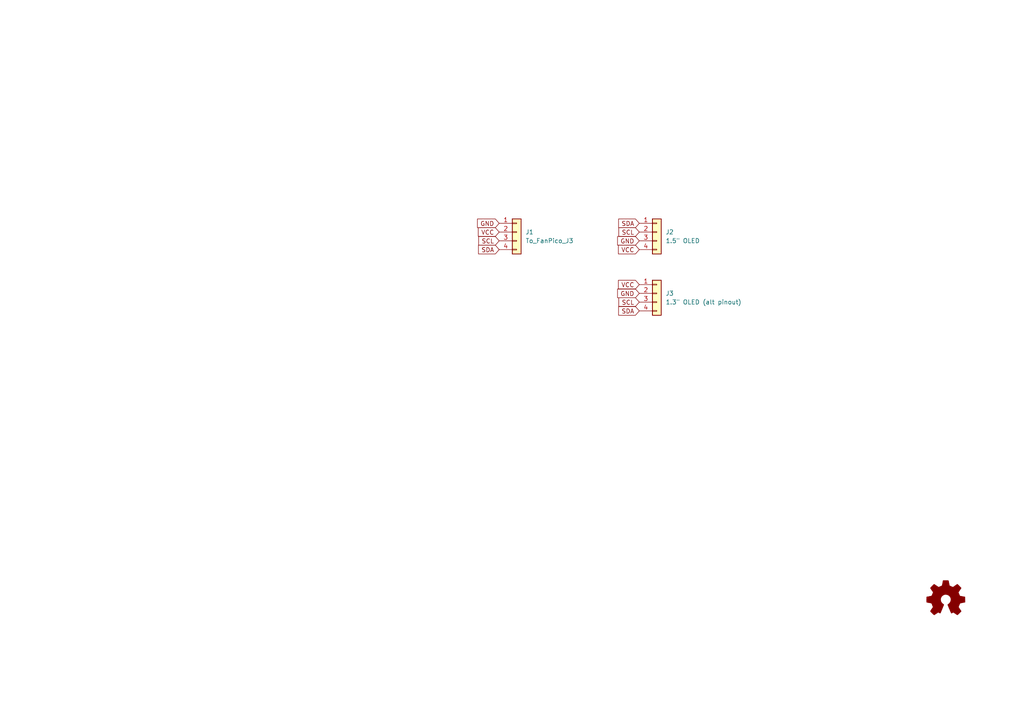
<source format=kicad_sch>
(kicad_sch (version 20230121) (generator eeschema)
  (paper "A4")
  (title_block (title "FanPico OLED Adapter") (date "8/18/2023") (rev "1.0") (company "Timo Kokkonen <tjko@iki.fi>") (comment 3 "FanPico I2C OLED Display Mounting Adapter"))
  (lib_symbols
    (symbol "Connector_Generic:Conn_01x04" (pin_names (offset 1.016) hide)
      (property "Reference" "J" (at 0 5.08 0))
      (property "Value" "Conn_01x04" (at 0 -7.62 0))
      (symbol "Conn_01x04_1_1"
        (rectangle (start -1.27 -4.953) (end 0 -5.207) (stroke (width 0.1524)))
        (rectangle (start -1.27 -2.413) (end 0 -2.667) (stroke (width 0.1524)))
        (rectangle (start -1.27 0.127) (end 0 -0.127) (stroke (width 0.1524)))
        (rectangle (start -1.27 2.667) (end 0 2.413) (stroke (width 0.1524)))
        (rectangle (start -1.27 3.81) (end 1.27 -6.35) (stroke (width 0.254)) (fill (type background)))
        (pin passive line (at -5.08 2.54 0) (length 3.81) (name "Pin_1") (number "1"))
        (pin passive line (at -5.08 0 0) (length 3.81) (name "Pin_2") (number "2"))
        (pin passive line (at -5.08 -2.54 0) (length 3.81) (name "Pin_3") (number "3"))
        (pin passive line (at -5.08 -5.08 0) (length 3.81) (name "Pin_4") (number "4"))
      )
    )
    (symbol "Graphic:Logo_Open_Hardware_Small" (in_bom no) (on_board no)
      (symbol "Logo_Open_Hardware_Small_0_1"
        (polyline (pts (xy 3.3528 -4.3434) (xy 3.302 -4.318) (xy 3.175 -4.2418) (xy 2.9972 -4.1148) (xy 2.7686 -3.9624) (xy 2.54 -3.81) (xy 2.3622 -3.7084) (xy 2.2352 -3.6068) (xy 2.1844 -3.5814) (xy 2.159 -3.6068) (xy 2.0574 -3.6576) (xy 1.905 -3.7338) (xy 1.8034 -3.7846) (xy 1.6764 -3.8354) (xy 1.6002 -3.8354) (xy 1.6002 -3.8354) (xy 1.5494 -3.7338) (xy 1.4732 -3.5306) (xy 1.3462 -3.302) (xy 1.2446 -3.0226) (xy 1.1176 -2.7178) (xy 0.9652 -2.413) (xy 0.8636 -2.1082) (xy 0.7366 -1.8288) (xy 0.6604 -1.6256) (xy 0.6096 -1.4732) (xy 0.5842 -1.397) (xy 0.5842 -1.397) (xy 0.6604 -1.3208) (xy 0.7874 -1.2446) (xy 1.0414 -1.016) (xy 1.2954 -0.6858) (xy 1.4478 -0.3302) (xy 1.524 0.0762) (xy 1.4732 0.4572) (xy 1.3208 0.8128) (xy 1.0668 1.143) (xy 0.762 1.3716) (xy 0.4064 1.524) (xy 0 1.5748) (xy -0.381 1.5494) (xy -0.7366 1.397) (xy -1.0668 1.143) (xy -1.2192 0.9906) (xy -1.397 0.6604) (xy -1.524 0.3048) (xy -1.524 0.2286) (xy -1.4986 -0.1778) (xy -1.397 -0.5334) (xy -1.1938 -0.8636) (xy -0.9144 -1.143) (xy -0.8636 -1.1684) (xy -0.7366 -1.27) (xy -0.635 -1.3462) (xy -0.5842 -1.397) (xy -1.0668 -2.5908) (xy -1.143 -2.794) (xy -1.2954 -3.1242) (xy -1.397 -3.4036) (xy -1.4986 -3.6322) (xy -1.5748 -3.7846) (xy -1.6002 -3.8354) (xy -1.6002 -3.8354) (xy -1.651 -3.8354) (xy -1.7272 -3.81) (xy -1.905 -3.7338) (xy -2.0066 -3.683) (xy -2.1336 -3.6068) (xy -2.2098 -3.5814) (xy -2.2606 -3.6068) (xy -2.3622 -3.683) (xy -2.54 -3.81) (xy -2.7686 -3.9624) (xy -2.9718 -4.0894) (xy -3.1496 -4.2164) (xy -3.302 -4.318) (xy -3.3528 -4.3434) (xy -3.3782 -4.3434) (xy -3.429 -4.318) (xy -3.5306 -4.2164) (xy -3.7084 -4.064) (xy -3.937 -3.8354) (xy -3.9624 -3.81) (xy -4.1656 -3.6068) (xy -4.318 -3.4544) (xy -4.4196 -3.3274) (xy -4.445 -3.2766) (xy -4.445 -3.2766) (xy -4.4196 -3.2258) (xy -4.318 -3.0734) (xy -4.2164 -2.8956) (xy -4.064 -2.667) (xy -3.6576 -2.0828) (xy -3.8862 -1.5494) (xy -3.937 -1.3716) (xy -4.0386 -1.1684) (xy -4.0894 -1.0414) (xy -4.1148 -0.9652) (xy -4.191 -0.9398) (xy -4.318 -0.9144) (xy -4.5466 -0.8636) (xy -4.8006 -0.8128) (xy -5.0546 -0.7874) (xy -5.2578 -0.7366) (xy -5.4356 -0.7112) (xy -5.5118 -0.6858) (xy -5.5118 -0.6858) (xy -5.5372 -0.635) (xy -5.5372 -0.5588) (xy -5.5372 -0.4318) (xy -5.5626 -0.2286) (xy -5.5626 0.0762) (xy -5.5626 0.127) (xy -5.5372 0.4064) (xy -5.5372 0.635) (xy -5.5372 0.762) (xy -5.5372 0.8382) (xy -5.5372 0.8382) (xy -5.461 0.8382) (xy -5.3086 0.889) (xy -5.08 0.9144) (xy -4.826 0.9652) (xy -4.8006 0.9906) (xy -4.5466 1.0414) (xy -4.318 1.0668) (xy -4.1656 1.1176) (xy -4.0894 1.143) (xy -4.0894 1.143) (xy -4.0386 1.2446) (xy -3.9624 1.4224) (xy -3.8608 1.6256) (xy -3.7846 1.8288) (xy -3.7084 2.0066) (xy -3.6576 2.159) (xy -3.6322 2.2098) (xy -3.6322 2.2098) (xy -3.683 2.286) (xy -3.7592 2.413) (xy -3.8862 2.5908) (xy -4.064 2.8194) (xy -4.064 2.8448) (xy -4.2164 3.0734) (xy -4.3434 3.2512) (xy -4.4196 3.3782) (xy -4.445 3.4544) (xy -4.445 3.4544) (xy -4.3942 3.5052) (xy -4.2926 3.6322) (xy -4.1148 3.81) (xy -3.937 4.0132) (xy -3.8608 4.064) (xy -3.6576 4.2926) (xy -3.5052 4.4196) (xy -3.4036 4.4958) (xy -3.3528 4.5212) (xy -3.3528 4.5212) (xy -3.302 4.4704) (xy -3.1496 4.3688) (xy -2.9718 4.2418) (xy -2.7432 4.0894) (xy -2.7178 4.0894) (xy -2.4892 3.937) (xy -2.3114 3.81) (xy -2.1844 3.7084) (xy -2.1336 3.683) (xy -2.1082 3.683) (xy -2.032 3.7084) (xy -1.8542 3.7592) (xy -1.6764 3.8354) (xy -1.4732 3.937) (xy -1.27 4.0132) (xy -1.143 4.064) (xy -1.0668 4.1148) (xy -1.0668 4.1148) (xy -1.0414 4.191) (xy -1.016 4.3434) (xy -0.9652 4.572) (xy -0.9144 4.8514) (xy -0.889 4.9022) (xy -0.8382 5.1562) (xy -0.8128 5.3848) (xy -0.7874 5.5372) (xy -0.762 5.588) (xy -0.7112 5.6134) (xy -0.5842 5.6134) (xy -0.4064 5.6134) (xy -0.1524 5.6134) (xy 0.0762 5.6134) (xy 0.3302 5.6134) (xy 0.5334 5.6134) (xy 0.6858 5.588) (xy 0.7366 5.588) (xy 0.7366 5.588) (xy 0.762 5.5118) (xy 0.8128 5.334) (xy 0.8382 5.1054) (xy 0.9144 4.826) (xy 0.9144 4.7752) (xy 0.9652 4.5212) (xy 1.016 4.2926) (xy 1.0414 4.1402) (xy 1.0668 4.0894) (xy 1.0668 4.0894) (xy 1.1938 4.0386) (xy 1.3716 3.9624) (xy 1.5748 3.8608) (xy 2.0828 3.6576) (xy 2.7178 4.0894) (xy 2.7686 4.1402) (xy 2.9972 4.2926) (xy 3.175 4.4196) (xy 3.302 4.4958) (xy 3.3782 4.5212) (xy 3.3782 4.5212) (xy 3.429 4.4704) (xy 3.556 4.3434) (xy 3.7338 4.191) (xy 3.9116 3.9878) (xy 4.064 3.8354) (xy 4.2418 3.6576) (xy 4.3434 3.556) (xy 4.4196 3.4798) (xy 4.4196 3.429) (xy 4.4196 3.4036) (xy 4.3942 3.3274) (xy 4.2926 3.2004) (xy 4.1656 2.9972) (xy 4.0132 2.794) (xy 3.8862 2.5908) (xy 3.7592 2.3876) (xy 3.6576 2.2352) (xy 3.6322 2.159) (xy 3.6322 2.1336) (xy 3.683 2.0066) (xy 3.7592 1.8288) (xy 3.8608 1.6002) (xy 4.064 1.1176) (xy 4.3942 1.0414) (xy 4.5974 1.016) (xy 4.8768 0.9652) (xy 5.1308 0.9144) (xy 5.5372 0.8382) (xy 5.5626 -0.6604) (xy 5.4864 -0.6858) (xy 5.4356 -0.6858) (xy 5.2832 -0.7366) (xy 5.0546 -0.762) (xy 4.8006 -0.8128) (xy 4.5974 -0.8636) (xy 4.3688 -0.9144) (xy 4.2164 -0.9398) (xy 4.1402 -0.9398) (xy 4.1148 -0.9652) (xy 4.064 -1.0668) (xy 3.9878 -1.2446) (xy 3.9116 -1.4478) (xy 3.81 -1.651) (xy 3.7338 -1.8542) (xy 3.683 -2.0066) (xy 3.6576 -2.0828) (xy 3.683 -2.1336) (xy 3.7846 -2.2606) (xy 3.8862 -2.4638) (xy 4.0386 -2.667) (xy 4.191 -2.8956) (xy 4.318 -3.0734) (xy 4.3942 -3.2004) (xy 4.445 -3.2766) (xy 4.4196 -3.3274) (xy 4.3434 -3.429) (xy 4.1656 -3.5814) (xy 3.937 -3.8354) (xy 3.8862 -3.8608) (xy 3.683 -4.064) (xy 3.5306 -4.2164) (xy 3.4036 -4.318) (xy 3.3528 -4.3434)) (fill (type outline)))
      )
    )
  )
  (global_label "SDA" (shape input) (at 185.42 64.77 180) (property "Intersheetrefs" "${INTERSHEET_REFS}" (effects hide)))
  (global_label "VCC" (shape input) (at 185.42 82.55 180) (property "Intersheetrefs" "${INTERSHEET_REFS}" (effects hide)))
  (global_label "GND" (shape input) (at 144.78 64.77 180) (property "Intersheetrefs" "${INTERSHEET_REFS}" (effects hide)))
  (global_label "SCL" (shape input) (at 185.42 87.63 180) (property "Intersheetrefs" "${INTERSHEET_REFS}" (effects hide)))
  (global_label "VCC" (shape input) (at 185.42 72.39 180) (property "Intersheetrefs" "${INTERSHEET_REFS}" (effects hide)))
  (global_label "SDA" (shape input) (at 144.78 72.39 180) (property "Intersheetrefs" "${INTERSHEET_REFS}" (effects hide)))
  (global_label "SCL" (shape input) (at 144.78 69.85 180) (property "Intersheetrefs" "${INTERSHEET_REFS}" (effects hide)))
  (global_label "VCC" (shape input) (at 144.78 67.31 180) (property "Intersheetrefs" "${INTERSHEET_REFS}" (effects hide)))
  (global_label "GND" (shape input) (at 185.42 69.85 180) (property "Intersheetrefs" "${INTERSHEET_REFS}" (effects hide)))
  (global_label "GND" (shape input) (at 185.42 85.09 180) (property "Intersheetrefs" "${INTERSHEET_REFS}" (effects hide)))
  (global_label "SDA" (shape input) (at 185.42 90.17 180) (property "Intersheetrefs" "${INTERSHEET_REFS}" (effects hide)))
  (global_label "SCL" (shape input) (at 185.42 67.31 180) (property "Intersheetrefs" "${INTERSHEET_REFS}" (effects hide)))
  (symbol (lib_id "Connector_Generic:Conn_01x04") (at 190.5 67.31 0) (unit 1)
    (property "Reference" "J2" (at 193.04 67.31 0) (effects (justify left)))
    (property "Value" "1.5\" OLED" (at 193.04 69.85 0) (effects (justify left)))
    (property "Footprint" "Connector_PinHeader_2.54mm:PinHeader_1x04_P2.54mm_Vertical" (effects hide))
  )
  (symbol (lib_id "Connector_Generic:Conn_01x04") (at 149.86 67.31 0) (unit 1)
    (property "Reference" "J1" (at 152.4 67.31 0) (effects (justify left)))
    (property "Value" "To_FanPico_J3" (at 152.4 69.85 0) (effects (justify left)))
    (property "Footprint" "Connector_PinHeader_2.54mm:PinHeader_1x04_P2.54mm_Vertical" (effects hide))
  )
  (symbol (lib_id "Connector_Generic:Conn_01x04") (at 190.5 85.09 0) (unit 1)
    (property "Reference" "J3" (at 193.04 85.09 0) (effects (justify left)))
    (property "Value" "1.3\" OLED (alt pinout)" (at 193.04 87.63 0) (effects (justify left)))
    (property "Footprint" "Connector_PinHeader_2.54mm:PinHeader_1x04_P2.54mm_Vertical" (effects hide))
  )
  (symbol (lib_id "Graphic:Logo_Open_Hardware_Small") (at 274.32 173.99 0) (unit 1) (in_bom no) (on_board no)
    (property "Reference" "#SYM2" (effects hide))
    (property "Value" "Logo_Open_Hardware_Small" (effects hide))
    (property "Sim.Enable" "0" (effects hide))
  )
)
</source>
